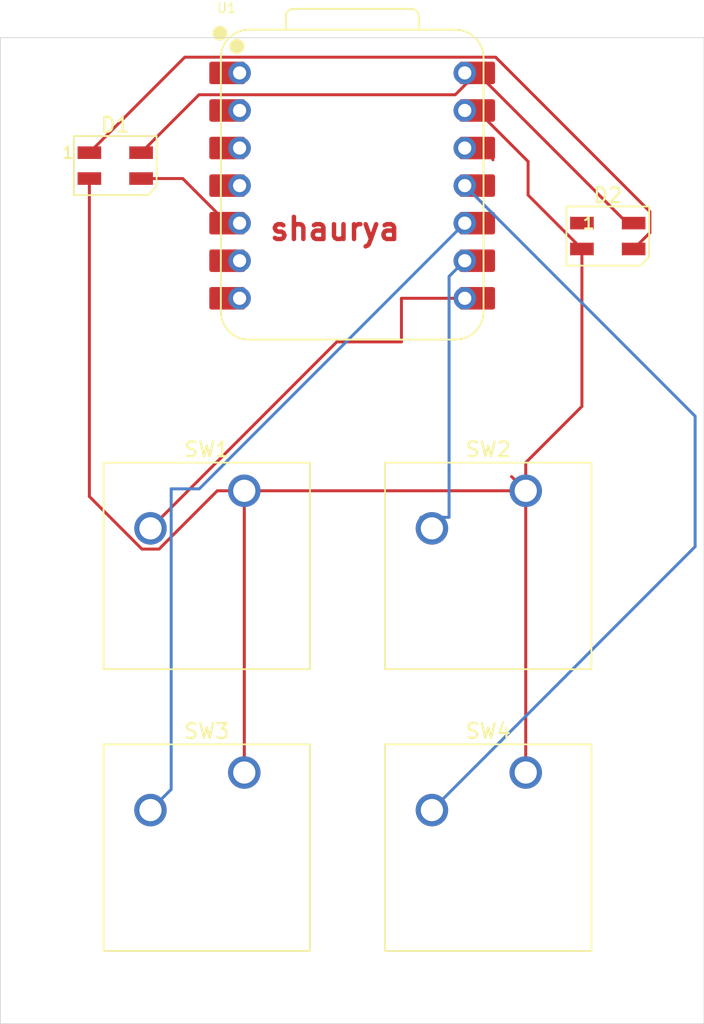
<source format=kicad_pcb>
(kicad_pcb (version 20241229) (generator "pcbnew") (generator_version "9.0")
  (layers (0 "F.Cu" signal) (2 "B.Cu" signal) (13 "F.Paste" user) (15 "B.Paste" user) (5 "F.SilkS" user "F.Silkscreen") (7 "B.SilkS" user "B.Silkscreen") (1 "F.Mask" user) (3 "B.Mask" user) (25 "Edge.Cuts" user))
  (net 0 "")
  (net 1 "+5V")
  (net 2 "Net-(D1-DIN)")
  (net 3 "GND")
  (net 4 "Net-(D1-DOUT)")
  (net 6 "Net-(U1-GPIO1{slash}RX)")
  (net 7 "Net-(U1-GPIO2{slash}SCK)")
  (net 8 "Net-(U1-GPIO4{slash}MISO)")
  (net 9 "Net-(U1-GPIO3{slash}MOSI)")
  (net 12 "unconnected-(U1-3V3-Pad12)")
  (footprint "LED_SMD:LED_SK6812MINI_PLCC4_3.5x3.5mm_P1.75mm" (layer "F.Cu") (at 155.4125 70.5625)
    (property "Reference" "D1" (at 0 -2.75 0) (layer "F.SilkS"))
    (property "Value" "SK6812MINI")
    (fp_line (start -2.8 -2) (end -2.8 2) (stroke (width 0.12)) (layer "F.SilkS"))
    (fp_line (start -2.8 -2) (end 2.8 -2) (stroke (width 0.12)) (layer "F.SilkS"))
    (fp_line (start -2.8 2) (end 2.2 2) (stroke (width 0.12)) (layer "F.SilkS"))
    (fp_line (start 2.8 1.4) (end 2.2 2) (stroke (width 0.12)) (layer "F.SilkS"))
    (fp_line (start 2.8 1.4) (end 2.8 -2) (stroke (width 0.12)) (layer "F.SilkS"))
    (fp_text user "1" (at -3.2 -0.875 0) (layer "F.SilkS") (effects (font (size 0.8 0.8))))
    (pad "1" smd rect (at -1.75 -0.875) (size 1.6 0.85) (layers "F.Cu" "F.Mask" "F.Paste") (net 4 "Net-(D1-DOUT)"))
    (pad "2" smd rect (at -1.75 0.875) (size 1.6 0.85) (layers "F.Cu" "F.Mask" "F.Paste") (net 3 "GND"))
    (pad "3" smd rect (at 1.75 0.875) (size 1.6 0.85) (layers "F.Cu" "F.Mask" "F.Paste") (net 2 "Net-(D1-DIN)"))
    (pad "4" smd rect (at 1.75 -0.875) (size 1.6 0.85) (layers "F.Cu" "F.Mask" "F.Paste") (net 1 "+5V"))
  )
  (footprint "LED_SMD:LED_SK6812MINI_PLCC4_3.5x3.5mm_P1.75mm" (layer "F.Cu") (at 188.75 75.325)
    (property "Reference" "D2" (at 0 -2.75 0) (layer "F.SilkS"))
    (property "Value" "SK6812MINI")
    (fp_line (start -2.8 -2) (end -2.8 2) (stroke (width 0.12)) (layer "F.SilkS"))
    (fp_line (start -2.8 -2) (end 2.8 -2) (stroke (width 0.12)) (layer "F.SilkS"))
    (fp_line (start -2.8 2) (end 2.2 2) (stroke (width 0.12)) (layer "F.SilkS"))
    (fp_line (start 2.8 1.4) (end 2.2 2) (stroke (width 0.12)) (layer "F.SilkS"))
    (fp_line (start 2.8 1.4) (end 2.8 -2) (stroke (width 0.12)) (layer "F.SilkS"))
    (fp_text user "1" (at -1.295 -0.875 0) (layer "F.SilkS") (effects (font (size 0.8 0.8))))
    (pad "1" smd rect (at -1.75 -0.875) (size 1.6 0.85) (layers "F.Cu" "F.Mask" "F.Paste"))
    (pad "2" smd rect (at -1.75 0.875) (size 1.6 0.85) (layers "F.Cu" "F.Mask" "F.Paste") (net 3 "GND"))
    (pad "3" smd rect (at 1.75 0.875) (size 1.6 0.85) (layers "F.Cu" "F.Mask" "F.Paste") (net 4 "Net-(D1-DOUT)"))
    (pad "4" smd rect (at 1.75 -0.875) (size 1.6 0.85) (layers "F.Cu" "F.Mask" "F.Paste") (net 1 "+5V"))
  )
  (footprint "XIAO_Footprints:XIAO-RP2040-DIP" (layer "F.Cu") (at 171.45 71.91375)
    (property "Reference" "U1" (at -8.5 -12 0) (layer "F.SilkS") (effects (font (size 0.635 0.635) (thickness 0.1016))))
    (property "Value" "XIAO-RP2040-DIP")
    (fp_line (start -8.89 8.509) (end -8.89 -8.636) (stroke (width 0.127)) (layer "F.SilkS"))
    (fp_line (start -6.985 10.414) (end 6.985 10.414) (stroke (width 0.127)) (layer "F.SilkS"))
    (fp_line (start -4.495 -10.541) (end -4.491272 -11.451272) (stroke (width 0.127)) (layer "F.SilkS"))
    (fp_line (start -3.991272 -11.951) (end 4.004 -11.951) (stroke (width 0.127)) (layer "F.SilkS"))
    (fp_line (start 4.504 -11.451) (end 4.504 -10.541) (stroke (width 0.127)) (layer "F.SilkS"))
    (fp_line (start 6.985 -10.541) (end -6.985 -10.541) (stroke (width 0.1)) (layer "F.SilkS"))
    (fp_line (start 6.985 -10.541) (end -6.985 -10.541) (stroke (width 0.127)) (layer "F.SilkS"))
    (fp_line (start 8.89 8.509) (end 8.89 -8.636) (stroke (width 0.127)) (layer "F.SilkS"))
    (fp_arc (start -8.89 -8.636) (mid -8.332038 -9.983038) (end -6.985 -10.541) (stroke (width 0.127)) (layer "F.SilkS"))
    (fp_arc (start -6.985 10.414) (mid -8.332038 9.856038) (end -8.89 8.509) (stroke (width 0.127)) (layer "F.SilkS"))
    (fp_arc (start -4.491272 -11.451272) (mid -4.344728 -11.80464) (end -3.991272 -11.951) (stroke (width 0.127)) (layer "F.SilkS"))
    (fp_arc (start 4.004 -11.951) (mid 4.357553 -11.804553) (end 4.504 -11.451) (stroke (width 0.127)) (layer "F.SilkS"))
    (fp_arc (start 6.985 -10.541) (mid 8.332038 -9.983038) (end 8.89 -8.636) (stroke (width 0.127)) (layer "F.SilkS"))
    (fp_arc (start 8.89 8.509) (mid 8.332038 9.856038) (end 6.985 10.414) (stroke (width 0.127)) (layer "F.SilkS"))
    (fp_circle (center -8.95 -10.3) (end -8.95 -10.554) (stroke (width 0.5)) (fill yes) (layer "F.SilkS"))
    (fp_circle (center -7.807 -9.42) (end -7.807 -9.674) (stroke (width 0.5)) (fill yes) (layer "F.SilkS"))
    (pad "1" smd roundrect (at -8.455 -7.62 180) (size 2.432 1.524) (layers "F.Cu" "F.Mask") (roundrect_rratio 0.1))
    (pad "1" thru_hole circle (at -7.62 -7.62 180) (size 1.524 1.524) (drill 0.889) (layers "*.Cu" "*.Mask"))
    (pad "2" smd roundrect (at -8.455 -5.08 180) (size 2.432 1.524) (layers "F.Cu" "F.Mask") (roundrect_rratio 0.1))
    (pad "2" thru_hole circle (at -7.62 -5.08 180) (size 1.524 1.524) (drill 0.889) (layers "*.Cu" "*.Mask"))
    (pad "3" smd roundrect (at -8.455 -2.54 180) (size 2.432 1.524) (layers "F.Cu" "F.Mask") (roundrect_rratio 0.1))
    (pad "3" thru_hole circle (at -7.62 -2.54 180) (size 1.524 1.524) (drill 0.889) (layers "*.Cu" "*.Mask"))
    (pad "4" smd roundrect (at -8.455 0 180) (size 2.432 1.524) (layers "F.Cu" "F.Mask") (roundrect_rratio 0.1))
    (pad "4" thru_hole circle (at -7.62 0 180) (size 1.524 1.524) (drill 0.889) (layers "*.Cu" "*.Mask"))
    (pad "5" smd roundrect (at -8.455 2.54 180) (size 2.432 1.524) (layers "F.Cu" "F.Mask") (roundrect_rratio 0.1) (net 2 "Net-(D1-DIN)"))
    (pad "5" thru_hole circle (at -7.62 2.54 180) (size 1.524 1.524) (drill 0.889) (layers "*.Cu" "*.Mask") (net 2 "Net-(D1-DIN)"))
    (pad "6" smd roundrect (at -8.455 5.08 180) (size 2.432 1.524) (layers "F.Cu" "F.Mask") (roundrect_rratio 0.1))
    (pad "6" thru_hole circle (at -7.62 5.08 180) (size 1.524 1.524) (drill 0.889) (layers "*.Cu" "*.Mask"))
    (pad "7" smd roundrect (at -8.455 7.62 180) (size 2.432 1.524) (layers "F.Cu" "F.Mask") (roundrect_rratio 0.1))
    (pad "7" thru_hole circle (at -7.62 7.62 180) (size 1.524 1.524) (drill 0.889) (layers "*.Cu" "*.Mask"))
    (pad "8" thru_hole circle (at 7.62 7.62) (size 1.524 1.524) (drill 0.889) (layers "*.Cu" "*.Mask") (net 6 "Net-(U1-GPIO1{slash}RX)"))
    (pad "8" smd roundrect (at 8.455 7.62) (size 2.432 1.524) (layers "F.Cu" "F.Mask") (roundrect_rratio 0.1) (net 6 "Net-(U1-GPIO1{slash}RX)"))
    (pad "9" thru_hole circle (at 7.62 5.08) (size 1.524 1.524) (drill 0.889) (layers "*.Cu" "*.Mask") (net 7 "Net-(U1-GPIO2{slash}SCK)"))
    (pad "9" smd roundrect (at 8.455 5.08) (size 2.432 1.524) (layers "F.Cu" "F.Mask") (roundrect_rratio 0.1) (net 7 "Net-(U1-GPIO2{slash}SCK)"))
    (pad "10" thru_hole circle (at 7.62 2.54) (size 1.524 1.524) (drill 0.889) (layers "*.Cu" "*.Mask") (net 8 "Net-(U1-GPIO4{slash}MISO)"))
    (pad "10" smd roundrect (at 8.455 2.54) (size 2.432 1.524) (layers "F.Cu" "F.Mask") (roundrect_rratio 0.1) (net 8 "Net-(U1-GPIO4{slash}MISO)"))
    (pad "11" thru_hole circle (at 7.62 0) (size 1.524 1.524) (drill 0.889) (layers "*.Cu" "*.Mask") (net 9 "Net-(U1-GPIO3{slash}MOSI)"))
    (pad "11" smd roundrect (at 8.455 0) (size 2.432 1.524) (layers "F.Cu" "F.Mask") (roundrect_rratio 0.1) (net 9 "Net-(U1-GPIO3{slash}MOSI)"))
    (pad "12" thru_hole circle (at 7.62 -2.54) (size 1.524 1.524) (drill 0.889) (layers "*.Cu" "*.Mask") (net 12 "unconnected-(U1-3V3-Pad12)"))
    (pad "12" smd roundrect (at 8.455 -2.54) (size 2.432 1.524) (layers "F.Cu" "F.Mask") (roundrect_rratio 0.1) (net 12 "unconnected-(U1-3V3-Pad12)"))
    (pad "13" thru_hole circle (at 7.62 -5.08) (size 1.524 1.524) (drill 0.889) (layers "*.Cu" "*.Mask") (net 3 "GND"))
    (pad "13" smd roundrect (at 8.455 -5.08) (size 2.432 1.524) (layers "F.Cu" "F.Mask") (roundrect_rratio 0.1) (net 3 "GND"))
    (pad "14" thru_hole circle (at 7.62 -7.62) (size 1.524 1.524) (drill 0.889) (layers "*.Cu" "*.Mask") (net 1 "+5V"))
    (pad "14" smd roundrect (at 8.455 -7.62) (size 2.432 1.524) (layers "F.Cu" "F.Mask") (roundrect_rratio 0.1) (net 1 "+5V"))
  )
  (footprint "Button_Switch_Keyboard:SW_Cherry_MX_1.00u_PCB" (layer "F.Cu") (at 183.1975 92.55125)
    (property "Reference" "SW2" (at -2.54 -2.794 0) (layer "F.SilkS"))
    (property "Value" "SW_Push")
    (fp_line (start -9.525 -1.905) (end 4.445 -1.905) (stroke (width 0.12)) (layer "F.SilkS"))
    (fp_line (start -9.525 12.065) (end -9.525 -1.905) (stroke (width 0.12)) (layer "F.SilkS"))
    (fp_line (start 4.445 -1.905) (end 4.445 12.065) (stroke (width 0.12)) (layer "F.SilkS"))
    (fp_line (start 4.445 12.065) (end -9.525 12.065) (stroke (width 0.12)) (layer "F.SilkS"))
    (pad "" np_thru_hole circle (at -7.62 5.08) (size 1.7 1.7) (drill 1.7) (layers "*.Cu" "*.Mask"))
    (pad "" np_thru_hole circle (at -2.54 5.08) (size 4 4) (drill 4) (layers "*.Cu" "*.Mask"))
    (pad "" np_thru_hole circle (at 2.54 5.08) (size 1.7 1.7) (drill 1.7) (layers "*.Cu" "*.Mask"))
    (pad "1" thru_hole circle (at 0 0) (size 2.2 2.2) (drill 1.5) (layers "*.Cu" "*.Mask") (net 3 "GND"))
    (pad "2" thru_hole circle (at -6.35 2.54) (size 2.2 2.2) (drill 1.5) (layers "*.Cu" "*.Mask") (net 7 "Net-(U1-GPIO2{slash}SCK)"))
  )
  (footprint "Button_Switch_Keyboard:SW_Cherry_MX_1.00u_PCB" (layer "F.Cu") (at 164.1475 111.60125)
    (property "Reference" "SW3" (at -2.54 -2.794 0) (layer "F.SilkS"))
    (property "Value" "SW_Push")
    (fp_line (start -9.525 -1.905) (end 4.445 -1.905) (stroke (width 0.12)) (layer "F.SilkS"))
    (fp_line (start -9.525 12.065) (end -9.525 -1.905) (stroke (width 0.12)) (layer "F.SilkS"))
    (fp_line (start 4.445 -1.905) (end 4.445 12.065) (stroke (width 0.12)) (layer "F.SilkS"))
    (fp_line (start 4.445 12.065) (end -9.525 12.065) (stroke (width 0.12)) (layer "F.SilkS"))
    (pad "" np_thru_hole circle (at -7.62 5.08) (size 1.7 1.7) (drill 1.7) (layers "*.Cu" "*.Mask"))
    (pad "" np_thru_hole circle (at -2.54 5.08) (size 4 4) (drill 4) (layers "*.Cu" "*.Mask"))
    (pad "" np_thru_hole circle (at 2.54 5.08) (size 1.7 1.7) (drill 1.7) (layers "*.Cu" "*.Mask"))
    (pad "1" thru_hole circle (at 0 0) (size 2.2 2.2) (drill 1.5) (layers "*.Cu" "*.Mask") (net 3 "GND"))
    (pad "2" thru_hole circle (at -6.35 2.54) (size 2.2 2.2) (drill 1.5) (layers "*.Cu" "*.Mask") (net 8 "Net-(U1-GPIO4{slash}MISO)"))
  )
  (footprint "Button_Switch_Keyboard:SW_Cherry_MX_1.00u_PCB" (layer "F.Cu") (at 183.1975 111.60125)
    (property "Reference" "SW4" (at -2.54 -2.794 0) (layer "F.SilkS"))
    (property "Value" "SW_Push")
    (fp_line (start -9.525 -1.905) (end 4.445 -1.905) (stroke (width 0.12)) (layer "F.SilkS"))
    (fp_line (start -9.525 12.065) (end -9.525 -1.905) (stroke (width 0.12)) (layer "F.SilkS"))
    (fp_line (start 4.445 -1.905) (end 4.445 12.065) (stroke (width 0.12)) (layer "F.SilkS"))
    (fp_line (start 4.445 12.065) (end -9.525 12.065) (stroke (width 0.12)) (layer "F.SilkS"))
    (pad "" np_thru_hole circle (at -7.62 5.08) (size 1.7 1.7) (drill 1.7) (layers "*.Cu" "*.Mask"))
    (pad "" np_thru_hole circle (at -2.54 5.08) (size 4 4) (drill 4) (layers "*.Cu" "*.Mask"))
    (pad "" np_thru_hole circle (at 2.54 5.08) (size 1.7 1.7) (drill 1.7) (layers "*.Cu" "*.Mask"))
    (pad "1" thru_hole circle (at 0 0) (size 2.2 2.2) (drill 1.5) (layers "*.Cu" "*.Mask") (net 3 "GND"))
    (pad "2" thru_hole circle (at -6.35 2.54) (size 2.2 2.2) (drill 1.5) (layers "*.Cu" "*.Mask") (net 9 "Net-(U1-GPIO3{slash}MOSI)"))
  )
  (footprint "Button_Switch_Keyboard:SW_Cherry_MX_1.00u_PCB" (layer "F.Cu") (at 164.1475 92.55125)
    (property "Reference" "SW1" (at -2.54 -2.794 0) (layer "F.SilkS"))
    (property "Value" "SW_Push")
    (fp_line (start -9.525 -1.905) (end 4.445 -1.905) (stroke (width 0.12)) (layer "F.SilkS"))
    (fp_line (start -9.525 12.065) (end -9.525 -1.905) (stroke (width 0.12)) (layer "F.SilkS"))
    (fp_line (start 4.445 -1.905) (end 4.445 12.065) (stroke (width 0.12)) (layer "F.SilkS"))
    (fp_line (start 4.445 12.065) (end -9.525 12.065) (stroke (width 0.12)) (layer "F.SilkS"))
    (pad "" np_thru_hole circle (at -7.62 5.08) (size 1.7 1.7) (drill 1.7) (layers "*.Cu" "*.Mask"))
    (pad "" np_thru_hole circle (at -2.54 5.08) (size 4 4) (drill 4) (layers "*.Cu" "*.Mask"))
    (pad "" np_thru_hole circle (at 2.54 5.08) (size 1.7 1.7) (drill 1.7) (layers "*.Cu" "*.Mask"))
    (pad "1" thru_hole circle (at 0 0) (size 2.2 2.2) (drill 1.5) (layers "*.Cu" "*.Mask") (net 3 "GND"))
    (pad "2" thru_hole circle (at -6.35 2.54) (size 2.2 2.2) (drill 1.5) (layers "*.Cu" "*.Mask") (net 6 "Net-(U1-GPIO1{slash}RX)"))
  )
  (gr_rect (start 147.6375 61.9125) (end 195.2625 128.5875) (stroke (width 0.05)) (fill no) (layer "Edge.Cuts"))
  (gr_text "shaurya" (at 165.735 75.72375 0) (layer "F.Cu") (effects (font (size 1.5 1.5) (thickness 0.3) (bold yes)) (justify left bottom)))
  (segment (start 161.07925 65.77075) (end 178.428 65.77075) (width 0.2) (layer "F.Cu") (net 1))
  (segment (start 190.06125 74.45) (end 179.905 64.29375) (width 0.2) (layer "F.Cu") (net 1))
  (segment (start 190.5 74.45) (end 190.06125 74.45) (width 0.2) (layer "F.Cu") (net 1))
  (segment (start 157.1625 69.6875) (end 161.07925 65.77075) (width 0.2) (layer "F.Cu") (net 1))
  (segment (start 178.428 65.77075) (end 179.905 64.29375) (width 0.2) (layer "F.Cu") (net 1))
  (segment (start 157.1625 71.4375) (end 159.97875 71.4375) (width 0.2) (layer "F.Cu") (net 2))
  (segment (start 162.08375 74.45375) (end 163.83 74.45375) (width 0.2) (layer "F.Cu") (net 2))
  (segment (start 159.97875 71.4375) (end 162.995 74.45375) (width 0.2) (layer "F.Cu") (net 2))
  (segment (start 183.1975 92.55125) (end 164.1475 92.55125) (width 0.2) (layer "F.Cu") (net 3))
  (segment (start 158.377814 96.49225) (end 162.318814 92.55125) (width 0.2) (layer "F.Cu") (net 3))
  (segment (start 187 86.84375) (end 187 76.2) (width 0.2) (layer "F.Cu") (net 3))
  (segment (start 157.217186 96.49225) (end 158.377814 96.49225) (width 0.2) (layer "F.Cu") (net 3))
  (segment (start 164.1475 92.55125) (end 164.1475 111.60125) (width 0.2) (layer "F.Cu") (net 3))
  (segment (start 183.35625 72.55625) (end 183.35625 70.285) (width 0.2) (layer "F.Cu") (net 3))
  (segment (start 182.2375 91.59125) (end 183.1975 92.55125) (width 0.2) (layer "F.Cu") (net 3))
  (segment (start 162.318814 92.55125) (end 164.1475 92.55125) (width 0.2) (layer "F.Cu") (net 3))
  (segment (start 183.1975 90.64625) (end 187 86.84375) (width 0.2) (layer "F.Cu") (net 3))
  (segment (start 183.35625 70.285) (end 179.905 66.83375) (width 0.2) (layer "F.Cu") (net 3))
  (segment (start 183.1975 92.55125) (end 183.1975 90.64625) (width 0.2) (layer "F.Cu") (net 3))
  (segment (start 187 76.2) (end 183.35625 72.55625) (width 0.2) (layer "F.Cu") (net 3))
  (segment (start 153.6625 71.4375) (end 153.6625 92.937564) (width 0.2) (layer "F.Cu") (net 3))
  (segment (start 153.6625 92.937564) (end 157.217186 96.49225) (width 0.2) (layer "F.Cu") (net 3))
  (segment (start 183.1975 111.60125) (end 183.1975 92.55125) (width 0.2) (layer "F.Cu") (net 3))
  (segment (start 190.5 76.2) (end 191.601 75.099) (width 0.2) (layer "F.Cu") (net 4))
  (segment (start 181.160626 63.23075) (end 160.11925 63.23075) (width 0.2) (layer "F.Cu") (net 4))
  (segment (start 191.601 75.099) (end 191.601 73.671124) (width 0.2) (layer "F.Cu") (net 4))
  (segment (start 160.11925 63.23075) (end 153.6625 69.6875) (width 0.2) (layer "F.Cu") (net 4))
  (segment (start 191.601 73.671124) (end 181.160626 63.23075) (width 0.2) (layer "F.Cu") (net 4))
  (segment (start 170.40665 82.4821) (end 174.78375 82.4821) (width 0.2) (layer "F.Cu") (net 6))
  (segment (start 174.78375 79.53375) (end 174.78375 82.4821) (width 0.2) (layer "F.Cu") (net 6))
  (segment (start 157.7975 95.09125) (end 170.40665 82.4821) (width 0.2) (layer "F.Cu") (net 6))
  (segment (start 179.07 79.53375) (end 174.78375 79.53375) (width 0.2) (layer "F.Cu") (net 6))
  (segment (start 177.593 94.34575) (end 178.007 94.34575) (width 0.2) (layer "B.Cu") (net 7))
  (segment (start 178.007 78.05675) (end 178.007 94.34575) (width 0.2) (layer "B.Cu") (net 7))
  (segment (start 176.8475 95.09125) (end 177.593 94.34575) (width 0.2) (layer "B.Cu") (net 7))
  (segment (start 179.07 76.99375) (end 178.007 78.05675) (width 0.2) (layer "B.Cu") (net 7))
  (segment (start 176.102 94.34575) (end 176.8475 95.09125) (width 0.2) (layer "B.Cu") (net 7))
  (segment (start 161.1035 92.42025) (end 159.1985 92.42025) (width 0.2) (layer "B.Cu") (net 8))
  (segment (start 159.1985 112.74025) (end 159.1985 92.42025) (width 0.2) (layer "B.Cu") (net 8))
  (segment (start 161.1035 92.42025) (end 179.07 74.45375) (width 0.2) (layer "B.Cu") (net 8))
  (segment (start 157.7975 114.14125) (end 159.1985 112.74025) (width 0.2) (layer "B.Cu") (net 8))
  (segment (start 194.6615 87.50525) (end 194.6615 96.32725) (width 0.2) (layer "B.Cu") (net 9))
  (segment (start 179.07 71.91375) (end 194.6615 87.50525) (width 0.2) (layer "B.Cu") (net 9))
  (segment (start 194.6615 96.32725) (end 176.8475 114.14125) (width 0.2) (layer "B.Cu") (net 9))
  (segment (start 180.975 70.175) (end 180.975 69.80875) (width 0.2) (layer "F.Cu") (net 12))
)
</source>
